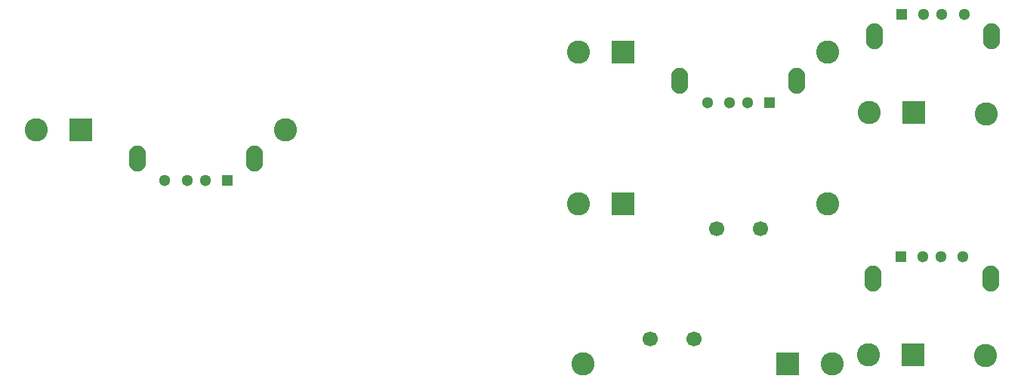
<source format=gbs>
G04 #@! TF.GenerationSoftware,KiCad,Pcbnew,5.1.9-73d0e3b20d~88~ubuntu18.04.1*
G04 #@! TF.CreationDate,2021-03-21T23:49:59-07:00*
G04 #@! TF.ProjectId,accelgyro_mpu6050_d2r2_4x4,61636365-6c67-4797-926f-5f6d70753630,rev?*
G04 #@! TF.SameCoordinates,Original*
G04 #@! TF.FileFunction,Soldermask,Bot*
G04 #@! TF.FilePolarity,Negative*
%FSLAX46Y46*%
G04 Gerber Fmt 4.6, Leading zero omitted, Abs format (unit mm)*
G04 Created by KiCad (PCBNEW 5.1.9-73d0e3b20d~88~ubuntu18.04.1) date 2021-03-21 23:49:59*
%MOMM*%
%LPD*%
G01*
G04 APERTURE LIST*
%ADD10C,2.600000*%
%ADD11R,1.300000X1.300000*%
%ADD12C,1.300000*%
%ADD13O,1.900000X2.900000*%
%ADD14R,2.499360X2.499360*%
%ADD15C,1.700000*%
G04 APERTURE END LIST*
D10*
X119025000Y-73900000D03*
D11*
X122650000Y-62900000D03*
D12*
X125150000Y-62900000D03*
X127150000Y-62900000D03*
X129650000Y-62900000D03*
D13*
X119580000Y-65300000D03*
X132720000Y-65300000D03*
D10*
X132125000Y-74000000D03*
D14*
X124025000Y-73900000D03*
D15*
X106800000Y-86900000D03*
X101900000Y-86900000D03*
D10*
X86400000Y-84100000D03*
X114400000Y-84100000D03*
D14*
X91400000Y-84100000D03*
X30600000Y-75800000D03*
D10*
X53600000Y-75800000D03*
D11*
X47056000Y-81448000D03*
D12*
X44556000Y-81448000D03*
X42556000Y-81448000D03*
X40056000Y-81448000D03*
D13*
X50126000Y-79048000D03*
X36986000Y-79048000D03*
D10*
X25600000Y-75800000D03*
D14*
X91400000Y-67100000D03*
D10*
X114400000Y-67100000D03*
D13*
X97786000Y-70348000D03*
X110926000Y-70348000D03*
D12*
X100856000Y-72748000D03*
X103356000Y-72748000D03*
X105356000Y-72748000D03*
D11*
X107856000Y-72748000D03*
D10*
X86400000Y-67100000D03*
X114900000Y-102100000D03*
X86900000Y-102100000D03*
D14*
X109900000Y-102100000D03*
D15*
X99400000Y-99300000D03*
X94500000Y-99300000D03*
D14*
X123925000Y-101050000D03*
D10*
X132025000Y-101150000D03*
D13*
X132620000Y-92450000D03*
X119480000Y-92450000D03*
D12*
X129550000Y-90050000D03*
X127050000Y-90050000D03*
X125050000Y-90050000D03*
D11*
X122550000Y-90050000D03*
D10*
X118925000Y-101050000D03*
M02*

</source>
